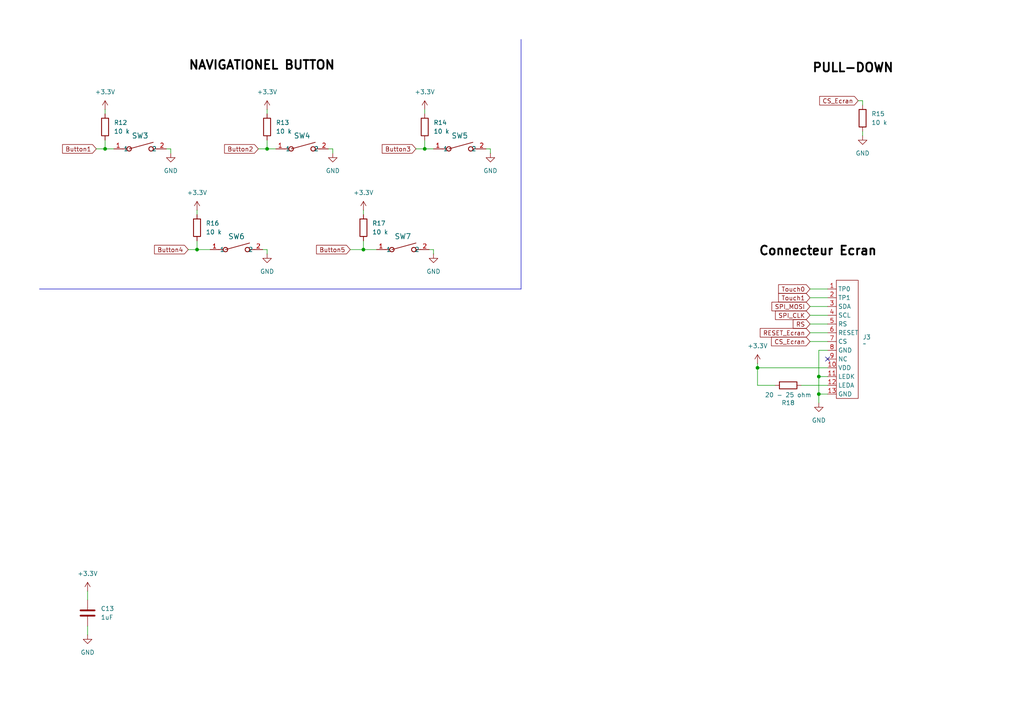
<source format=kicad_sch>
(kicad_sch
	(version 20231120)
	(generator "eeschema")
	(generator_version "8.0")
	(uuid "26e97b60-b0d8-4135-ac9c-4c2ea2ad86b9")
	(paper "A4")
	(lib_symbols
		(symbol "CS1213AGF260:CS1213AGF260"
			(pin_names
				(offset 0.254)
			)
			(exclude_from_sim no)
			(in_bom yes)
			(on_board yes)
			(property "Reference" "SW"
				(at 7.62 3.81 0)
				(effects
					(font
						(size 1.524 1.524)
					)
				)
			)
			(property "Value" "CS1213AGF260"
				(at 0 0 0)
				(effects
					(font
						(size 1.524 1.524)
					)
				)
			)
			(property "Footprint" "CS1213AGF260:SW_CS1213AGF260_CRS"
				(at 0 0 0)
				(effects
					(font
						(size 1.27 1.27)
						(italic yes)
					)
					(hide yes)
				)
			)
			(property "Datasheet" "CS1213AGF260"
				(at 0 0 0)
				(effects
					(font
						(size 1.27 1.27)
						(italic yes)
					)
					(hide yes)
				)
			)
			(property "Description" ""
				(at 0 0 0)
				(effects
					(font
						(size 1.27 1.27)
					)
					(hide yes)
				)
			)
			(property "ki_keywords" "CS1213AGF260"
				(at 0 0 0)
				(effects
					(font
						(size 1.27 1.27)
					)
					(hide yes)
				)
			)
			(property "ki_fp_filters" "SW_CS1213AGF260_CRS SW_CS1213AGF260_CRS-M SW_CS1213AGF260_CRS-L"
				(at 0 0 0)
				(effects
					(font
						(size 1.27 1.27)
					)
					(hide yes)
				)
			)
			(symbol "CS1213AGF260_0_1"
				(polyline
					(pts
						(xy 2.54 0) (xy 3.81 0)
					)
					(stroke
						(width 0.2032)
						(type default)
					)
					(fill
						(type none)
					)
				)
				(polyline
					(pts
						(xy 4.445 0) (xy 11.43 1.905)
					)
					(stroke
						(width 0.2032)
						(type default)
					)
					(fill
						(type none)
					)
				)
				(polyline
					(pts
						(xy 12.7 0) (xy 11.43 0)
					)
					(stroke
						(width 0.2032)
						(type default)
					)
					(fill
						(type none)
					)
				)
				(circle
					(center 4.445 0)
					(radius 0.635)
					(stroke
						(width 0.254)
						(type default)
					)
					(fill
						(type none)
					)
				)
				(circle
					(center 10.795 0)
					(radius 0.635)
					(stroke
						(width 0.254)
						(type default)
					)
					(fill
						(type none)
					)
				)
				(pin unspecified line
					(at 0 0 0)
					(length 2.54)
					(name "1"
						(effects
							(font
								(size 1.27 1.27)
							)
						)
					)
					(number "1"
						(effects
							(font
								(size 1.27 1.27)
							)
						)
					)
				)
				(pin unspecified line
					(at 15.24 0 180)
					(length 2.54)
					(name "2"
						(effects
							(font
								(size 1.27 1.27)
							)
						)
					)
					(number "2"
						(effects
							(font
								(size 1.27 1.27)
							)
						)
					)
				)
			)
		)
		(symbol "ConnectorScreen:Header1x13"
			(exclude_from_sim no)
			(in_bom yes)
			(on_board yes)
			(property "Reference" "J"
				(at 2.794 -0.254 0)
				(effects
					(font
						(size 1.27 1.27)
					)
				)
			)
			(property "Value" ""
				(at 0 0 0)
				(effects
					(font
						(size 1.27 1.27)
					)
				)
			)
			(property "Footprint" "Connector_FFC-FPC:Hirose_FH12-13S-0.5SH_1x13-1MP_P0.50mm_Horizontal"
				(at 0 0 0)
				(effects
					(font
						(size 1.27 1.27)
					)
					(hide yes)
				)
			)
			(property "Datasheet" ""
				(at 0 0 0)
				(effects
					(font
						(size 1.27 1.27)
					)
					(hide yes)
				)
			)
			(property "Description" ""
				(at 0 0 0)
				(effects
					(font
						(size 1.27 1.27)
					)
					(hide yes)
				)
			)
			(symbol "Header1x13_0_1"
				(rectangle
					(start 0 -2.54)
					(end 6.35 -36.83)
					(stroke
						(width 0)
						(type default)
					)
					(fill
						(type none)
					)
				)
			)
			(symbol "Header1x13_1_1"
				(pin passive line
					(at -2.54 -5.08 0)
					(length 2.54)
					(name "TP0"
						(effects
							(font
								(size 1.27 1.27)
							)
						)
					)
					(number "1"
						(effects
							(font
								(size 1.27 1.27)
							)
						)
					)
				)
				(pin passive line
					(at -2.54 -27.94 0)
					(length 2.54)
					(name "VDD"
						(effects
							(font
								(size 1.27 1.27)
							)
						)
					)
					(number "10"
						(effects
							(font
								(size 1.27 1.27)
							)
						)
					)
				)
				(pin passive line
					(at -2.54 -30.48 0)
					(length 2.54)
					(name "LEDK"
						(effects
							(font
								(size 1.27 1.27)
							)
						)
					)
					(number "11"
						(effects
							(font
								(size 1.27 1.27)
							)
						)
					)
				)
				(pin passive line
					(at -2.54 -33.02 0)
					(length 2.54)
					(name "LEDA"
						(effects
							(font
								(size 1.27 1.27)
							)
						)
					)
					(number "12"
						(effects
							(font
								(size 1.27 1.27)
							)
						)
					)
				)
				(pin passive line
					(at -2.54 -35.56 0)
					(length 2.54)
					(name "GND"
						(effects
							(font
								(size 1.27 1.27)
							)
						)
					)
					(number "13"
						(effects
							(font
								(size 1.27 1.27)
							)
						)
					)
				)
				(pin passive line
					(at -2.54 -7.62 0)
					(length 2.54)
					(name "TP1"
						(effects
							(font
								(size 1.27 1.27)
							)
						)
					)
					(number "2"
						(effects
							(font
								(size 1.27 1.27)
							)
						)
					)
				)
				(pin passive line
					(at -2.54 -10.16 0)
					(length 2.54)
					(name "SDA"
						(effects
							(font
								(size 1.27 1.27)
							)
						)
					)
					(number "3"
						(effects
							(font
								(size 1.27 1.27)
							)
						)
					)
				)
				(pin passive line
					(at -2.54 -12.7 0)
					(length 2.54)
					(name "SCL"
						(effects
							(font
								(size 1.27 1.27)
							)
						)
					)
					(number "4"
						(effects
							(font
								(size 1.27 1.27)
							)
						)
					)
				)
				(pin passive line
					(at -2.54 -15.24 0)
					(length 2.54)
					(name "RS"
						(effects
							(font
								(size 1.27 1.27)
							)
						)
					)
					(number "5"
						(effects
							(font
								(size 1.27 1.27)
							)
						)
					)
				)
				(pin passive line
					(at -2.54 -17.78 0)
					(length 2.54)
					(name "RESET"
						(effects
							(font
								(size 1.27 1.27)
							)
						)
					)
					(number "6"
						(effects
							(font
								(size 1.27 1.27)
							)
						)
					)
				)
				(pin passive line
					(at -2.54 -20.32 0)
					(length 2.54)
					(name "CS"
						(effects
							(font
								(size 1.27 1.27)
							)
						)
					)
					(number "7"
						(effects
							(font
								(size 1.27 1.27)
							)
						)
					)
				)
				(pin passive line
					(at -2.54 -22.86 0)
					(length 2.54)
					(name "GND"
						(effects
							(font
								(size 1.27 1.27)
							)
						)
					)
					(number "8"
						(effects
							(font
								(size 1.27 1.27)
							)
						)
					)
				)
				(pin passive line
					(at -2.54 -25.4 0)
					(length 2.54)
					(name "NC"
						(effects
							(font
								(size 1.27 1.27)
							)
						)
					)
					(number "9"
						(effects
							(font
								(size 1.27 1.27)
							)
						)
					)
				)
			)
		)
		(symbol "Device:C"
			(pin_numbers hide)
			(pin_names
				(offset 0.254)
			)
			(exclude_from_sim no)
			(in_bom yes)
			(on_board yes)
			(property "Reference" "C"
				(at 0.635 2.54 0)
				(effects
					(font
						(size 1.27 1.27)
					)
					(justify left)
				)
			)
			(property "Value" "C"
				(at 0.635 -2.54 0)
				(effects
					(font
						(size 1.27 1.27)
					)
					(justify left)
				)
			)
			(property "Footprint" ""
				(at 0.9652 -3.81 0)
				(effects
					(font
						(size 1.27 1.27)
					)
					(hide yes)
				)
			)
			(property "Datasheet" "~"
				(at 0 0 0)
				(effects
					(font
						(size 1.27 1.27)
					)
					(hide yes)
				)
			)
			(property "Description" "Unpolarized capacitor"
				(at 0 0 0)
				(effects
					(font
						(size 1.27 1.27)
					)
					(hide yes)
				)
			)
			(property "ki_keywords" "cap capacitor"
				(at 0 0 0)
				(effects
					(font
						(size 1.27 1.27)
					)
					(hide yes)
				)
			)
			(property "ki_fp_filters" "C_*"
				(at 0 0 0)
				(effects
					(font
						(size 1.27 1.27)
					)
					(hide yes)
				)
			)
			(symbol "C_0_1"
				(polyline
					(pts
						(xy -2.032 -0.762) (xy 2.032 -0.762)
					)
					(stroke
						(width 0.508)
						(type default)
					)
					(fill
						(type none)
					)
				)
				(polyline
					(pts
						(xy -2.032 0.762) (xy 2.032 0.762)
					)
					(stroke
						(width 0.508)
						(type default)
					)
					(fill
						(type none)
					)
				)
			)
			(symbol "C_1_1"
				(pin passive line
					(at 0 3.81 270)
					(length 2.794)
					(name "~"
						(effects
							(font
								(size 1.27 1.27)
							)
						)
					)
					(number "1"
						(effects
							(font
								(size 1.27 1.27)
							)
						)
					)
				)
				(pin passive line
					(at 0 -3.81 90)
					(length 2.794)
					(name "~"
						(effects
							(font
								(size 1.27 1.27)
							)
						)
					)
					(number "2"
						(effects
							(font
								(size 1.27 1.27)
							)
						)
					)
				)
			)
		)
		(symbol "Device:R"
			(pin_numbers hide)
			(pin_names
				(offset 0)
			)
			(exclude_from_sim no)
			(in_bom yes)
			(on_board yes)
			(property "Reference" "R"
				(at 2.032 0 90)
				(effects
					(font
						(size 1.27 1.27)
					)
				)
			)
			(property "Value" "R"
				(at 0 0 90)
				(effects
					(font
						(size 1.27 1.27)
					)
				)
			)
			(property "Footprint" ""
				(at -1.778 0 90)
				(effects
					(font
						(size 1.27 1.27)
					)
					(hide yes)
				)
			)
			(property "Datasheet" "~"
				(at 0 0 0)
				(effects
					(font
						(size 1.27 1.27)
					)
					(hide yes)
				)
			)
			(property "Description" "Resistor"
				(at 0 0 0)
				(effects
					(font
						(size 1.27 1.27)
					)
					(hide yes)
				)
			)
			(property "ki_keywords" "R res resistor"
				(at 0 0 0)
				(effects
					(font
						(size 1.27 1.27)
					)
					(hide yes)
				)
			)
			(property "ki_fp_filters" "R_*"
				(at 0 0 0)
				(effects
					(font
						(size 1.27 1.27)
					)
					(hide yes)
				)
			)
			(symbol "R_0_1"
				(rectangle
					(start -1.016 -2.54)
					(end 1.016 2.54)
					(stroke
						(width 0.254)
						(type default)
					)
					(fill
						(type none)
					)
				)
			)
			(symbol "R_1_1"
				(pin passive line
					(at 0 3.81 270)
					(length 1.27)
					(name "~"
						(effects
							(font
								(size 1.27 1.27)
							)
						)
					)
					(number "1"
						(effects
							(font
								(size 1.27 1.27)
							)
						)
					)
				)
				(pin passive line
					(at 0 -3.81 90)
					(length 1.27)
					(name "~"
						(effects
							(font
								(size 1.27 1.27)
							)
						)
					)
					(number "2"
						(effects
							(font
								(size 1.27 1.27)
							)
						)
					)
				)
			)
		)
		(symbol "power:+3.3V"
			(power)
			(pin_numbers hide)
			(pin_names
				(offset 0) hide)
			(exclude_from_sim no)
			(in_bom yes)
			(on_board yes)
			(property "Reference" "#PWR"
				(at 0 -3.81 0)
				(effects
					(font
						(size 1.27 1.27)
					)
					(hide yes)
				)
			)
			(property "Value" "+3.3V"
				(at 0 3.556 0)
				(effects
					(font
						(size 1.27 1.27)
					)
				)
			)
			(property "Footprint" ""
				(at 0 0 0)
				(effects
					(font
						(size 1.27 1.27)
					)
					(hide yes)
				)
			)
			(property "Datasheet" ""
				(at 0 0 0)
				(effects
					(font
						(size 1.27 1.27)
					)
					(hide yes)
				)
			)
			(property "Description" "Power symbol creates a global label with name \"+3.3V\""
				(at 0 0 0)
				(effects
					(font
						(size 1.27 1.27)
					)
					(hide yes)
				)
			)
			(property "ki_keywords" "global power"
				(at 0 0 0)
				(effects
					(font
						(size 1.27 1.27)
					)
					(hide yes)
				)
			)
			(symbol "+3.3V_0_1"
				(polyline
					(pts
						(xy -0.762 1.27) (xy 0 2.54)
					)
					(stroke
						(width 0)
						(type default)
					)
					(fill
						(type none)
					)
				)
				(polyline
					(pts
						(xy 0 0) (xy 0 2.54)
					)
					(stroke
						(width 0)
						(type default)
					)
					(fill
						(type none)
					)
				)
				(polyline
					(pts
						(xy 0 2.54) (xy 0.762 1.27)
					)
					(stroke
						(width 0)
						(type default)
					)
					(fill
						(type none)
					)
				)
			)
			(symbol "+3.3V_1_1"
				(pin power_in line
					(at 0 0 90)
					(length 0)
					(name "~"
						(effects
							(font
								(size 1.27 1.27)
							)
						)
					)
					(number "1"
						(effects
							(font
								(size 1.27 1.27)
							)
						)
					)
				)
			)
		)
		(symbol "power:GND"
			(power)
			(pin_numbers hide)
			(pin_names
				(offset 0) hide)
			(exclude_from_sim no)
			(in_bom yes)
			(on_board yes)
			(property "Reference" "#PWR"
				(at 0 -6.35 0)
				(effects
					(font
						(size 1.27 1.27)
					)
					(hide yes)
				)
			)
			(property "Value" "GND"
				(at 0 -3.81 0)
				(effects
					(font
						(size 1.27 1.27)
					)
				)
			)
			(property "Footprint" ""
				(at 0 0 0)
				(effects
					(font
						(size 1.27 1.27)
					)
					(hide yes)
				)
			)
			(property "Datasheet" ""
				(at 0 0 0)
				(effects
					(font
						(size 1.27 1.27)
					)
					(hide yes)
				)
			)
			(property "Description" "Power symbol creates a global label with name \"GND\" , ground"
				(at 0 0 0)
				(effects
					(font
						(size 1.27 1.27)
					)
					(hide yes)
				)
			)
			(property "ki_keywords" "global power"
				(at 0 0 0)
				(effects
					(font
						(size 1.27 1.27)
					)
					(hide yes)
				)
			)
			(symbol "GND_0_1"
				(polyline
					(pts
						(xy 0 0) (xy 0 -1.27) (xy 1.27 -1.27) (xy 0 -2.54) (xy -1.27 -1.27) (xy 0 -1.27)
					)
					(stroke
						(width 0)
						(type default)
					)
					(fill
						(type none)
					)
				)
			)
			(symbol "GND_1_1"
				(pin power_in line
					(at 0 0 270)
					(length 0)
					(name "~"
						(effects
							(font
								(size 1.27 1.27)
							)
						)
					)
					(number "1"
						(effects
							(font
								(size 1.27 1.27)
							)
						)
					)
				)
			)
		)
	)
	(junction
		(at 123.19 43.18)
		(diameter 0)
		(color 0 0 0 0)
		(uuid "4b4e2459-30f3-44a6-8eea-faf393bc339b")
	)
	(junction
		(at 237.49 114.3)
		(diameter 0)
		(color 0 0 0 0)
		(uuid "4cd6509f-1e83-4cce-87a9-f526953cc640")
	)
	(junction
		(at 77.47 43.18)
		(diameter 0)
		(color 0 0 0 0)
		(uuid "5e6bd868-4ad9-4680-a749-2f272de86e4d")
	)
	(junction
		(at 219.71 106.68)
		(diameter 0)
		(color 0 0 0 0)
		(uuid "7e9a8494-ae33-4945-9c3c-ab1ea72b8d36")
	)
	(junction
		(at 237.49 109.22)
		(diameter 0)
		(color 0 0 0 0)
		(uuid "88c29f92-94ae-41e1-a855-d2fd64b2ef4b")
	)
	(junction
		(at 57.15 72.39)
		(diameter 0)
		(color 0 0 0 0)
		(uuid "95322a1c-9384-42fa-9882-a74a9814de48")
	)
	(junction
		(at 30.48 43.18)
		(diameter 0)
		(color 0 0 0 0)
		(uuid "963dbb2b-42ec-49eb-9ed2-dd29fa58a045")
	)
	(junction
		(at 105.41 72.39)
		(diameter 0)
		(color 0 0 0 0)
		(uuid "badf2850-9b8f-4aed-a486-f3dee1bd4d31")
	)
	(no_connect
		(at 240.03 104.14)
		(uuid "b8395547-2482-4d00-a5d9-8ab28b1ee78a")
	)
	(wire
		(pts
			(xy 57.15 60.96) (xy 57.15 62.23)
		)
		(stroke
			(width 0)
			(type default)
		)
		(uuid "0d15251c-2187-415a-bc85-29a30c9e31f4")
	)
	(wire
		(pts
			(xy 123.19 43.18) (xy 125.73 43.18)
		)
		(stroke
			(width 0)
			(type default)
		)
		(uuid "0dc07d18-1ad2-417c-bd2b-1ac1ea4e344f")
	)
	(wire
		(pts
			(xy 74.93 43.18) (xy 77.47 43.18)
		)
		(stroke
			(width 0)
			(type default)
		)
		(uuid "0f1733cb-9214-46aa-b128-3ffb1d1648e9")
	)
	(wire
		(pts
			(xy 57.15 69.85) (xy 57.15 72.39)
		)
		(stroke
			(width 0)
			(type default)
		)
		(uuid "10770fc0-cee9-45bd-8aa8-e61f2b1001c0")
	)
	(wire
		(pts
			(xy 30.48 40.64) (xy 30.48 43.18)
		)
		(stroke
			(width 0)
			(type default)
		)
		(uuid "12832798-c628-4ad2-a256-a00d2d1a9cae")
	)
	(wire
		(pts
			(xy 219.71 105.41) (xy 219.71 106.68)
		)
		(stroke
			(width 0)
			(type default)
		)
		(uuid "135d24bc-86e6-4cb3-a8b7-98daf51003d5")
	)
	(wire
		(pts
			(xy 95.25 43.18) (xy 96.52 43.18)
		)
		(stroke
			(width 0)
			(type default)
		)
		(uuid "16eb2f03-ad59-483a-bcd4-0d7ae33586fe")
	)
	(wire
		(pts
			(xy 96.52 43.18) (xy 96.52 44.45)
		)
		(stroke
			(width 0)
			(type default)
		)
		(uuid "1701de65-35be-4087-966b-87b18b671379")
	)
	(wire
		(pts
			(xy 234.95 96.52) (xy 240.03 96.52)
		)
		(stroke
			(width 0)
			(type default)
		)
		(uuid "18320c3c-367d-4b7f-acbb-933f7aa75113")
	)
	(wire
		(pts
			(xy 237.49 109.22) (xy 237.49 114.3)
		)
		(stroke
			(width 0)
			(type default)
		)
		(uuid "294dcde9-b68d-4dd7-a8af-3bc57506db2a")
	)
	(wire
		(pts
			(xy 234.95 88.9) (xy 240.03 88.9)
		)
		(stroke
			(width 0)
			(type default)
		)
		(uuid "2b639d79-a7fa-4f43-8350-34335be10a02")
	)
	(wire
		(pts
			(xy 57.15 72.39) (xy 60.96 72.39)
		)
		(stroke
			(width 0)
			(type default)
		)
		(uuid "2fdd16c4-07ca-4761-9351-048d1b7191ac")
	)
	(wire
		(pts
			(xy 234.95 99.06) (xy 240.03 99.06)
		)
		(stroke
			(width 0)
			(type default)
		)
		(uuid "3b32808f-be5c-41c6-ac4a-2f1aaaa82194")
	)
	(wire
		(pts
			(xy 240.03 106.68) (xy 219.71 106.68)
		)
		(stroke
			(width 0)
			(type default)
		)
		(uuid "418adcdc-eb64-4c5d-a15a-3264d8748dc2")
	)
	(wire
		(pts
			(xy 54.61 72.39) (xy 57.15 72.39)
		)
		(stroke
			(width 0)
			(type default)
		)
		(uuid "43a755ac-efbc-42cb-a293-6899ea0811f5")
	)
	(wire
		(pts
			(xy 105.41 69.85) (xy 105.41 72.39)
		)
		(stroke
			(width 0)
			(type default)
		)
		(uuid "4b060429-e78a-46c3-94b8-be69c132bacd")
	)
	(wire
		(pts
			(xy 140.97 43.18) (xy 142.24 43.18)
		)
		(stroke
			(width 0)
			(type default)
		)
		(uuid "4b823698-4df0-4ea2-aa0f-726ca4710358")
	)
	(polyline
		(pts
			(xy 11.43 83.82) (xy 151.13 83.82)
		)
		(stroke
			(width 0)
			(type default)
		)
		(uuid "4bdf53a1-4170-453a-8037-98e8032289f4")
	)
	(wire
		(pts
			(xy 234.95 93.98) (xy 240.03 93.98)
		)
		(stroke
			(width 0)
			(type default)
		)
		(uuid "4be8c195-cba7-42a6-840f-ef122787d2d5")
	)
	(wire
		(pts
			(xy 101.6 72.39) (xy 105.41 72.39)
		)
		(stroke
			(width 0)
			(type default)
		)
		(uuid "4e0b0d63-1bde-496e-8eef-d91aead23487")
	)
	(wire
		(pts
			(xy 237.49 109.22) (xy 240.03 109.22)
		)
		(stroke
			(width 0)
			(type default)
		)
		(uuid "584b6776-997d-4a15-a20f-c52359ac526c")
	)
	(wire
		(pts
			(xy 237.49 114.3) (xy 240.03 114.3)
		)
		(stroke
			(width 0)
			(type default)
		)
		(uuid "5b70080c-23b0-437f-948b-fe1cdba7616a")
	)
	(wire
		(pts
			(xy 142.24 43.18) (xy 142.24 44.45)
		)
		(stroke
			(width 0)
			(type default)
		)
		(uuid "77eab3ef-e698-4fb9-bb4b-bfaacc00669d")
	)
	(wire
		(pts
			(xy 30.48 43.18) (xy 33.02 43.18)
		)
		(stroke
			(width 0)
			(type default)
		)
		(uuid "7d7e9430-a590-455c-b988-aa4e13d86027")
	)
	(wire
		(pts
			(xy 76.2 72.39) (xy 77.47 72.39)
		)
		(stroke
			(width 0)
			(type default)
		)
		(uuid "8155d020-25de-4a5b-ac4c-4fb37f932af9")
	)
	(wire
		(pts
			(xy 27.94 43.18) (xy 30.48 43.18)
		)
		(stroke
			(width 0)
			(type default)
		)
		(uuid "8b1b30c4-9640-4a46-a069-aceddfa00210")
	)
	(wire
		(pts
			(xy 237.49 114.3) (xy 237.49 116.84)
		)
		(stroke
			(width 0)
			(type default)
		)
		(uuid "8bc0efc0-ef2d-4d09-95f2-53d302a5f611")
	)
	(wire
		(pts
			(xy 105.41 72.39) (xy 109.22 72.39)
		)
		(stroke
			(width 0)
			(type default)
		)
		(uuid "8ddf0f77-b3d3-479a-b1ee-54cc73b7fee1")
	)
	(wire
		(pts
			(xy 120.65 43.18) (xy 123.19 43.18)
		)
		(stroke
			(width 0)
			(type default)
		)
		(uuid "941de878-3305-412e-b042-a115e98404e5")
	)
	(wire
		(pts
			(xy 237.49 101.6) (xy 237.49 109.22)
		)
		(stroke
			(width 0)
			(type default)
		)
		(uuid "9867ec39-deb1-4c1f-b22e-8c2e5a4ca986")
	)
	(wire
		(pts
			(xy 49.53 43.18) (xy 49.53 44.45)
		)
		(stroke
			(width 0)
			(type default)
		)
		(uuid "9911edc1-7276-4faa-b80d-2d14ef1c790c")
	)
	(wire
		(pts
			(xy 105.41 60.96) (xy 105.41 62.23)
		)
		(stroke
			(width 0)
			(type default)
		)
		(uuid "9c69069a-742b-4421-bafc-d45247c78787")
	)
	(wire
		(pts
			(xy 219.71 111.76) (xy 219.71 106.68)
		)
		(stroke
			(width 0)
			(type default)
		)
		(uuid "a452ff06-3e5f-4571-b918-50ada24db83f")
	)
	(wire
		(pts
			(xy 234.95 83.82) (xy 240.03 83.82)
		)
		(stroke
			(width 0)
			(type default)
		)
		(uuid "ad18bc86-277a-4589-85e0-0fcb3376686c")
	)
	(wire
		(pts
			(xy 77.47 43.18) (xy 80.01 43.18)
		)
		(stroke
			(width 0)
			(type default)
		)
		(uuid "b0c4d20b-9b6e-43f5-9015-755f1c0e44f0")
	)
	(wire
		(pts
			(xy 224.79 111.76) (xy 219.71 111.76)
		)
		(stroke
			(width 0)
			(type default)
		)
		(uuid "b99d47b9-16bd-4f82-836e-fc97ac846f50")
	)
	(wire
		(pts
			(xy 250.19 29.21) (xy 250.19 30.48)
		)
		(stroke
			(width 0)
			(type default)
		)
		(uuid "c4c565c6-e156-4df2-9340-679b2fb26a67")
	)
	(wire
		(pts
			(xy 123.19 40.64) (xy 123.19 43.18)
		)
		(stroke
			(width 0)
			(type default)
		)
		(uuid "c68f76e8-67aa-4429-8b54-f1c9f3ba1c1e")
	)
	(wire
		(pts
			(xy 240.03 101.6) (xy 237.49 101.6)
		)
		(stroke
			(width 0)
			(type default)
		)
		(uuid "c951289d-bd94-4422-aa2d-ffb267e4d452")
	)
	(wire
		(pts
			(xy 234.95 86.36) (xy 240.03 86.36)
		)
		(stroke
			(width 0)
			(type default)
		)
		(uuid "c9c08670-3435-481a-a835-3b3b0da1aa9b")
	)
	(wire
		(pts
			(xy 234.95 91.44) (xy 240.03 91.44)
		)
		(stroke
			(width 0)
			(type default)
		)
		(uuid "cb9907fe-f062-499b-ad99-44e254976802")
	)
	(wire
		(pts
			(xy 125.73 72.39) (xy 125.73 73.66)
		)
		(stroke
			(width 0)
			(type default)
		)
		(uuid "cc583cc5-2191-4281-b3f2-b30246aea2b0")
	)
	(wire
		(pts
			(xy 124.46 72.39) (xy 125.73 72.39)
		)
		(stroke
			(width 0)
			(type default)
		)
		(uuid "cd732edf-8271-4d09-852c-6a0228c59c62")
	)
	(wire
		(pts
			(xy 123.19 31.75) (xy 123.19 33.02)
		)
		(stroke
			(width 0)
			(type default)
		)
		(uuid "d666f26f-ea86-42b0-9273-585cbaf71616")
	)
	(wire
		(pts
			(xy 25.4 181.61) (xy 25.4 184.15)
		)
		(stroke
			(width 0)
			(type default)
		)
		(uuid "d834662e-5889-4d22-b713-17748581348e")
	)
	(wire
		(pts
			(xy 48.26 43.18) (xy 49.53 43.18)
		)
		(stroke
			(width 0)
			(type default)
		)
		(uuid "d995b727-96a7-48f4-ba94-879f2207c624")
	)
	(wire
		(pts
			(xy 77.47 31.75) (xy 77.47 33.02)
		)
		(stroke
			(width 0)
			(type default)
		)
		(uuid "db0e91b9-b2bd-4d4e-aaf2-972b630a33ab")
	)
	(wire
		(pts
			(xy 248.92 29.21) (xy 250.19 29.21)
		)
		(stroke
			(width 0)
			(type default)
		)
		(uuid "dc865000-3f45-4384-a749-6ec6d6cbf3d4")
	)
	(wire
		(pts
			(xy 77.47 40.64) (xy 77.47 43.18)
		)
		(stroke
			(width 0)
			(type default)
		)
		(uuid "e8c08ad5-9e30-4e46-8bb4-b8e4827ebd5b")
	)
	(wire
		(pts
			(xy 25.4 171.45) (xy 25.4 173.99)
		)
		(stroke
			(width 0)
			(type default)
		)
		(uuid "ec384f7b-baa9-4676-b2f9-424c84309b76")
	)
	(wire
		(pts
			(xy 77.47 72.39) (xy 77.47 73.66)
		)
		(stroke
			(width 0)
			(type default)
		)
		(uuid "f13fa307-f8e7-4022-a43b-1262a74346fa")
	)
	(polyline
		(pts
			(xy 151.13 11.43) (xy 151.13 83.82)
		)
		(stroke
			(width 0)
			(type default)
		)
		(uuid "f172fdfe-9bdd-4b63-9142-e702d23b6417")
	)
	(wire
		(pts
			(xy 232.41 111.76) (xy 240.03 111.76)
		)
		(stroke
			(width 0)
			(type default)
		)
		(uuid "f52cc328-e32b-4d8b-83f7-eed5c5f9a6f9")
	)
	(wire
		(pts
			(xy 250.19 38.1) (xy 250.19 39.37)
		)
		(stroke
			(width 0)
			(type default)
		)
		(uuid "f89653f4-d581-4077-8a8a-228d3f97006f")
	)
	(wire
		(pts
			(xy 30.48 31.75) (xy 30.48 33.02)
		)
		(stroke
			(width 0)
			(type default)
		)
		(uuid "ff17891d-1fa0-4312-bc0d-12b8fbcfcbe4")
	)
	(text "NAVIGATIONEL BUTTON"
		(exclude_from_sim no)
		(at 75.946 19.05 0)
		(effects
			(font
				(size 2.54 2.54)
				(thickness 0.508)
				(bold yes)
				(color 0 0 0 1)
			)
		)
		(uuid "05b88550-72e9-413f-9788-499f6890d5ec")
	)
	(text "PULL-DOWN"
		(exclude_from_sim no)
		(at 247.396 19.812 0)
		(effects
			(font
				(size 2.54 2.54)
				(thickness 0.508)
				(bold yes)
				(color 0 0 0 1)
			)
		)
		(uuid "9c4e14eb-4cab-4823-a4e7-6a1b67428fc7")
	)
	(text "Connecteur Ecran"
		(exclude_from_sim no)
		(at 237.236 72.898 0)
		(effects
			(font
				(size 2.54 2.54)
				(thickness 0.508)
				(bold yes)
				(color 0 0 0 1)
			)
		)
		(uuid "b7df0c26-1f61-4664-bd71-7a6c37099226")
	)
	(global_label "SPI_MOSI"
		(shape input)
		(at 234.95 88.9 180)
		(fields_autoplaced yes)
		(effects
			(font
				(size 1.27 1.27)
			)
			(justify right)
		)
		(uuid "08163d07-2316-4e60-9f5a-987a5fa3c6b7")
		(property "Intersheetrefs" "${INTERSHEET_REFS}"
			(at 223.3167 88.9 0)
			(effects
				(font
					(size 1.27 1.27)
				)
				(justify right)
				(hide yes)
			)
		)
	)
	(global_label "Button1"
		(shape input)
		(at 27.94 43.18 180)
		(fields_autoplaced yes)
		(effects
			(font
				(size 1.27 1.27)
			)
			(justify right)
		)
		(uuid "2438e3c3-b841-4279-adb8-32dcabb8c1c4")
		(property "Intersheetrefs" "${INTERSHEET_REFS}"
			(at 17.5769 43.18 0)
			(effects
				(font
					(size 1.27 1.27)
				)
				(justify right)
				(hide yes)
			)
		)
	)
	(global_label "Button5"
		(shape input)
		(at 101.6 72.39 180)
		(fields_autoplaced yes)
		(effects
			(font
				(size 1.27 1.27)
			)
			(justify right)
		)
		(uuid "427710f6-4f39-4496-a435-7081196e6891")
		(property "Intersheetrefs" "${INTERSHEET_REFS}"
			(at 91.2369 72.39 0)
			(effects
				(font
					(size 1.27 1.27)
				)
				(justify right)
				(hide yes)
			)
		)
	)
	(global_label "Button3"
		(shape input)
		(at 120.65 43.18 180)
		(fields_autoplaced yes)
		(effects
			(font
				(size 1.27 1.27)
			)
			(justify right)
		)
		(uuid "49c5f401-8e0a-438e-aa8d-4737b1c58715")
		(property "Intersheetrefs" "${INTERSHEET_REFS}"
			(at 110.2869 43.18 0)
			(effects
				(font
					(size 1.27 1.27)
				)
				(justify right)
				(hide yes)
			)
		)
	)
	(global_label "RESET_Ecran"
		(shape input)
		(at 234.95 96.52 180)
		(fields_autoplaced yes)
		(effects
			(font
				(size 1.27 1.27)
			)
			(justify right)
		)
		(uuid "515c8f1d-41f0-4925-8713-5947efa51e71")
		(property "Intersheetrefs" "${INTERSHEET_REFS}"
			(at 219.9303 96.52 0)
			(effects
				(font
					(size 1.27 1.27)
				)
				(justify right)
				(hide yes)
			)
		)
	)
	(global_label "Touch1"
		(shape input)
		(at 234.95 86.36 180)
		(fields_autoplaced yes)
		(effects
			(font
				(size 1.27 1.27)
			)
			(justify right)
		)
		(uuid "64d9190f-3a9f-46b3-886e-e1b6c14f067b")
		(property "Intersheetrefs" "${INTERSHEET_REFS}"
			(at 225.2521 86.36 0)
			(effects
				(font
					(size 1.27 1.27)
				)
				(justify right)
				(hide yes)
			)
		)
	)
	(global_label "CS_Ecran"
		(shape input)
		(at 234.95 99.06 180)
		(fields_autoplaced yes)
		(effects
			(font
				(size 1.27 1.27)
			)
			(justify right)
		)
		(uuid "681ab934-af01-4464-96fe-1fdd1f97851c")
		(property "Intersheetrefs" "${INTERSHEET_REFS}"
			(at 223.1959 99.06 0)
			(effects
				(font
					(size 1.27 1.27)
				)
				(justify right)
				(hide yes)
			)
		)
	)
	(global_label "CS_Ecran"
		(shape input)
		(at 248.92 29.21 180)
		(fields_autoplaced yes)
		(effects
			(font
				(size 1.27 1.27)
			)
			(justify right)
		)
		(uuid "8130ba85-c4c2-49db-a2f0-89df29da55ca")
		(property "Intersheetrefs" "${INTERSHEET_REFS}"
			(at 237.1659 29.21 0)
			(effects
				(font
					(size 1.27 1.27)
				)
				(justify right)
				(hide yes)
			)
		)
	)
	(global_label "Touch0"
		(shape input)
		(at 234.95 83.82 180)
		(fields_autoplaced yes)
		(effects
			(font
				(size 1.27 1.27)
			)
			(justify right)
		)
		(uuid "917b9b0a-6762-41b9-a2a9-239fe6af316a")
		(property "Intersheetrefs" "${INTERSHEET_REFS}"
			(at 225.2521 83.82 0)
			(effects
				(font
					(size 1.27 1.27)
				)
				(justify right)
				(hide yes)
			)
		)
	)
	(global_label "RS"
		(shape input)
		(at 234.95 93.98 180)
		(fields_autoplaced yes)
		(effects
			(font
				(size 1.27 1.27)
			)
			(justify right)
		)
		(uuid "9897b623-7c04-4ce6-82a0-20fe7cbf418f")
		(property "Intersheetrefs" "${INTERSHEET_REFS}"
			(at 229.4853 93.98 0)
			(effects
				(font
					(size 1.27 1.27)
				)
				(justify right)
				(hide yes)
			)
		)
	)
	(global_label "SPI_CLK"
		(shape input)
		(at 234.95 91.44 180)
		(fields_autoplaced yes)
		(effects
			(font
				(size 1.27 1.27)
			)
			(justify right)
		)
		(uuid "e02bdee9-7758-457a-afd8-11d16a3d5515")
		(property "Intersheetrefs" "${INTERSHEET_REFS}"
			(at 224.3448 91.44 0)
			(effects
				(font
					(size 1.27 1.27)
				)
				(justify right)
				(hide yes)
			)
		)
	)
	(global_label "Button4"
		(shape input)
		(at 54.61 72.39 180)
		(fields_autoplaced yes)
		(effects
			(font
				(size 1.27 1.27)
			)
			(justify right)
		)
		(uuid "ed876600-dc4e-42ae-ba73-2a1369a9bf71")
		(property "Intersheetrefs" "${INTERSHEET_REFS}"
			(at 44.2469 72.39 0)
			(effects
				(font
					(size 1.27 1.27)
				)
				(justify right)
				(hide yes)
			)
		)
	)
	(global_label "Button2"
		(shape input)
		(at 74.93 43.18 180)
		(fields_autoplaced yes)
		(effects
			(font
				(size 1.27 1.27)
			)
			(justify right)
		)
		(uuid "fb9767b7-8cb6-4dc6-97cf-c85757469ab4")
		(property "Intersheetrefs" "${INTERSHEET_REFS}"
			(at 64.5669 43.18 0)
			(effects
				(font
					(size 1.27 1.27)
				)
				(justify right)
				(hide yes)
			)
		)
	)
	(symbol
		(lib_id "CS1213AGF260:CS1213AGF260")
		(at 125.73 43.18 0)
		(unit 1)
		(exclude_from_sim no)
		(in_bom yes)
		(on_board yes)
		(dnp no)
		(fields_autoplaced yes)
		(uuid "06092388-e92a-4877-9f6a-65ba08a4cb4a")
		(property "Reference" "SW5"
			(at 133.35 39.37 0)
			(effects
				(font
					(size 1.524 1.524)
				)
			)
		)
		(property "Value" "CS1213AGF260"
			(at 133.35 39.37 0)
			(effects
				(font
					(size 1.524 1.524)
				)
				(hide yes)
			)
		)
		(property "Footprint" "CS1213AGF260:SW_CS1213AGF260_CRS"
			(at 125.73 43.18 0)
			(effects
				(font
					(size 1.27 1.27)
					(italic yes)
				)
				(hide yes)
			)
		)
		(property "Datasheet" "CS1213AGF260"
			(at 125.73 43.18 0)
			(effects
				(font
					(size 1.27 1.27)
					(italic yes)
				)
				(hide yes)
			)
		)
		(property "Description" ""
			(at 125.73 43.18 0)
			(effects
				(font
					(size 1.27 1.27)
				)
				(hide yes)
			)
		)
		(pin "1"
			(uuid "4b58aeea-adc5-4bd0-9ec8-e04f0ddb9533")
		)
		(pin "2"
			(uuid "74536e39-3dab-41bf-91ad-999768e472b1")
		)
		(instances
			(project "PCB_Ruler_V1_2024"
				(path "/e39575e5-bba1-47dc-9ccf-32a84e6da237/aecab3f5-8510-42f3-bc78-9784f4de281a"
					(reference "SW5")
					(unit 1)
				)
			)
		)
	)
	(symbol
		(lib_id "power:GND")
		(at 77.47 73.66 0)
		(unit 1)
		(exclude_from_sim no)
		(in_bom yes)
		(on_board yes)
		(dnp no)
		(fields_autoplaced yes)
		(uuid "069e120c-b372-4320-8d8a-f2f714fb20c8")
		(property "Reference" "#PWR052"
			(at 77.47 80.01 0)
			(effects
				(font
					(size 1.27 1.27)
				)
				(hide yes)
			)
		)
		(property "Value" "GND"
			(at 77.47 78.74 0)
			(effects
				(font
					(size 1.27 1.27)
				)
			)
		)
		(property "Footprint" ""
			(at 77.47 73.66 0)
			(effects
				(font
					(size 1.27 1.27)
				)
				(hide yes)
			)
		)
		(property "Datasheet" ""
			(at 77.47 73.66 0)
			(effects
				(font
					(size 1.27 1.27)
				)
				(hide yes)
			)
		)
		(property "Description" "Power symbol creates a global label with name \"GND\" , ground"
			(at 77.47 73.66 0)
			(effects
				(font
					(size 1.27 1.27)
				)
				(hide yes)
			)
		)
		(pin "1"
			(uuid "67c1fc21-1ccc-47eb-85bc-64ecd2f96045")
		)
		(instances
			(project "PCB_Ruler_V1_2024"
				(path "/e39575e5-bba1-47dc-9ccf-32a84e6da237/aecab3f5-8510-42f3-bc78-9784f4de281a"
					(reference "#PWR052")
					(unit 1)
				)
			)
		)
	)
	(symbol
		(lib_id "power:+3.3V")
		(at 123.19 31.75 0)
		(unit 1)
		(exclude_from_sim no)
		(in_bom yes)
		(on_board yes)
		(dnp no)
		(fields_autoplaced yes)
		(uuid "06d7fd5d-8d25-42d0-b333-c62d0e55a8e6")
		(property "Reference" "#PWR045"
			(at 123.19 35.56 0)
			(effects
				(font
					(size 1.27 1.27)
				)
				(hide yes)
			)
		)
		(property "Value" "+3.3V"
			(at 123.19 26.67 0)
			(effects
				(font
					(size 1.27 1.27)
				)
			)
		)
		(property "Footprint" ""
			(at 123.19 31.75 0)
			(effects
				(font
					(size 1.27 1.27)
				)
				(hide yes)
			)
		)
		(property "Datasheet" ""
			(at 123.19 31.75 0)
			(effects
				(font
					(size 1.27 1.27)
				)
				(hide yes)
			)
		)
		(property "Description" "Power symbol creates a global label with name \"+3.3V\""
			(at 123.19 31.75 0)
			(effects
				(font
					(size 1.27 1.27)
				)
				(hide yes)
			)
		)
		(pin "1"
			(uuid "5c689be6-b076-48eb-9e3c-f5cab8585b60")
		)
		(instances
			(project "PCB_Ruler_V1_2024"
				(path "/e39575e5-bba1-47dc-9ccf-32a84e6da237/aecab3f5-8510-42f3-bc78-9784f4de281a"
					(reference "#PWR045")
					(unit 1)
				)
			)
		)
	)
	(symbol
		(lib_id "CS1213AGF260:CS1213AGF260")
		(at 80.01 43.18 0)
		(unit 1)
		(exclude_from_sim no)
		(in_bom yes)
		(on_board yes)
		(dnp no)
		(fields_autoplaced yes)
		(uuid "11ee5d52-baa7-44f6-ba29-38d9d64d387e")
		(property "Reference" "SW4"
			(at 87.63 39.37 0)
			(effects
				(font
					(size 1.524 1.524)
				)
			)
		)
		(property "Value" "CS1213AGF260"
			(at 87.63 39.37 0)
			(effects
				(font
					(size 1.524 1.524)
				)
				(hide yes)
			)
		)
		(property "Footprint" "CS1213AGF260:SW_CS1213AGF260_CRS"
			(at 80.01 43.18 0)
			(effects
				(font
					(size 1.27 1.27)
					(italic yes)
				)
				(hide yes)
			)
		)
		(property "Datasheet" "CS1213AGF260"
			(at 80.01 43.18 0)
			(effects
				(font
					(size 1.27 1.27)
					(italic yes)
				)
				(hide yes)
			)
		)
		(property "Description" ""
			(at 80.01 43.18 0)
			(effects
				(font
					(size 1.27 1.27)
				)
				(hide yes)
			)
		)
		(pin "1"
			(uuid "07c1a90c-6815-4b2a-9ece-1fc89c5dbe8f")
		)
		(pin "2"
			(uuid "c9cd7d14-34e9-4a9d-baa9-ab95ad38dfcc")
		)
		(instances
			(project "PCB_Ruler_V1_2024"
				(path "/e39575e5-bba1-47dc-9ccf-32a84e6da237/aecab3f5-8510-42f3-bc78-9784f4de281a"
					(reference "SW4")
					(unit 1)
				)
			)
		)
	)
	(symbol
		(lib_id "power:GND")
		(at 250.19 39.37 0)
		(unit 1)
		(exclude_from_sim no)
		(in_bom yes)
		(on_board yes)
		(dnp no)
		(fields_autoplaced yes)
		(uuid "1767d8ee-36e7-4bb3-8330-13aa124ec8db")
		(property "Reference" "#PWR046"
			(at 250.19 45.72 0)
			(effects
				(font
					(size 1.27 1.27)
				)
				(hide yes)
			)
		)
		(property "Value" "GND"
			(at 250.19 44.45 0)
			(effects
				(font
					(size 1.27 1.27)
				)
			)
		)
		(property "Footprint" ""
			(at 250.19 39.37 0)
			(effects
				(font
					(size 1.27 1.27)
				)
				(hide yes)
			)
		)
		(property "Datasheet" ""
			(at 250.19 39.37 0)
			(effects
				(font
					(size 1.27 1.27)
				)
				(hide yes)
			)
		)
		(property "Description" "Power symbol creates a global label with name \"GND\" , ground"
			(at 250.19 39.37 0)
			(effects
				(font
					(size 1.27 1.27)
				)
				(hide yes)
			)
		)
		(pin "1"
			(uuid "6c051b9c-afba-4f50-ba5b-49976dd97fca")
		)
		(instances
			(project "PCB_Ruler_V1_2024"
				(path "/e39575e5-bba1-47dc-9ccf-32a84e6da237/aecab3f5-8510-42f3-bc78-9784f4de281a"
					(reference "#PWR046")
					(unit 1)
				)
			)
		)
	)
	(symbol
		(lib_id "ConnectorScreen:Header1x13")
		(at 242.57 78.74 0)
		(unit 1)
		(exclude_from_sim no)
		(in_bom yes)
		(on_board yes)
		(dnp no)
		(fields_autoplaced yes)
		(uuid "24b20c41-a429-4614-a918-c1a6f02e28f1")
		(property "Reference" "J3"
			(at 250.19 97.7899 0)
			(effects
				(font
					(size 1.27 1.27)
				)
				(justify left)
			)
		)
		(property "Value" "~"
			(at 250.19 99.695 0)
			(effects
				(font
					(size 1.27 1.27)
				)
				(justify left)
			)
		)
		(property "Footprint" "Connector_FFC-FPC:Hirose_FH12-13S-0.5SH_1x13-1MP_P0.50mm_Horizontal"
			(at 242.57 78.74 0)
			(effects
				(font
					(size 1.27 1.27)
				)
				(hide yes)
			)
		)
		(property "Datasheet" ""
			(at 242.57 78.74 0)
			(effects
				(font
					(size 1.27 1.27)
				)
				(hide yes)
			)
		)
		(property "Description" ""
			(at 242.57 78.74 0)
			(effects
				(font
					(size 1.27 1.27)
				)
				(hide yes)
			)
		)
		(pin "10"
			(uuid "b4fab40f-2698-4100-a037-bf3073d6a7d6")
		)
		(pin "4"
			(uuid "e6015db8-0215-43a6-be7c-a1e86807dc06")
		)
		(pin "5"
			(uuid "7075cd79-9993-4020-b3fb-38cbd51cab3d")
		)
		(pin "13"
			(uuid "3e1ea20a-a1b4-4a15-8c28-e6020dfd9886")
		)
		(pin "7"
			(uuid "d7ec7ef8-640e-4690-878b-cf2135e0cef9")
		)
		(pin "2"
			(uuid "0742c6a9-bed3-4978-aa3e-75cc00099ee6")
		)
		(pin "11"
			(uuid "5a95e842-b042-438a-aa3f-11af57068f39")
		)
		(pin "12"
			(uuid "972f97c4-fe2c-4137-98ac-122a920bda5c")
		)
		(pin "6"
			(uuid "9184fd5a-afab-4a43-b9f1-0312eeaac46a")
		)
		(pin "9"
			(uuid "555b204d-7ca7-4792-9b0d-6e3a34eb8622")
		)
		(pin "3"
			(uuid "0f0c22cd-788b-475e-a5b7-a8453bfd281d")
		)
		(pin "8"
			(uuid "a8d33f27-fac5-41d8-a8e1-7fe56926b4e7")
		)
		(pin "1"
			(uuid "3c78db32-d152-4d3f-a1d1-28d8144cc476")
		)
		(instances
			(project "PCB_Ruler_V1_2024"
				(path "/e39575e5-bba1-47dc-9ccf-32a84e6da237/aecab3f5-8510-42f3-bc78-9784f4de281a"
					(reference "J3")
					(unit 1)
				)
			)
		)
	)
	(symbol
		(lib_id "CS1213AGF260:CS1213AGF260")
		(at 60.96 72.39 0)
		(unit 1)
		(exclude_from_sim no)
		(in_bom yes)
		(on_board yes)
		(dnp no)
		(fields_autoplaced yes)
		(uuid "27fab74d-7db4-47e1-aae8-ad77fdff4423")
		(property "Reference" "SW6"
			(at 68.58 68.58 0)
			(effects
				(font
					(size 1.524 1.524)
				)
			)
		)
		(property "Value" "CS1213AGF260"
			(at 68.58 68.58 0)
			(effects
				(font
					(size 1.524 1.524)
				)
				(hide yes)
			)
		)
		(property "Footprint" "CS1213AGF260:SW_CS1213AGF260_CRS"
			(at 60.96 72.39 0)
			(effects
				(font
					(size 1.27 1.27)
					(italic yes)
				)
				(hide yes)
			)
		)
		(property "Datasheet" "CS1213AGF260"
			(at 60.96 72.39 0)
			(effects
				(font
					(size 1.27 1.27)
					(italic yes)
				)
				(hide yes)
			)
		)
		(property "Description" ""
			(at 60.96 72.39 0)
			(effects
				(font
					(size 1.27 1.27)
				)
				(hide yes)
			)
		)
		(pin "1"
			(uuid "005a4ede-966b-4b68-a2cb-965a4bb75682")
		)
		(pin "2"
			(uuid "80c0f44b-5638-48a4-b1f2-2afee4194d5c")
		)
		(instances
			(project "PCB_Ruler_V1_2024"
				(path "/e39575e5-bba1-47dc-9ccf-32a84e6da237/aecab3f5-8510-42f3-bc78-9784f4de281a"
					(reference "SW6")
					(unit 1)
				)
			)
		)
	)
	(symbol
		(lib_id "Device:R")
		(at 250.19 34.29 0)
		(unit 1)
		(exclude_from_sim no)
		(in_bom yes)
		(on_board yes)
		(dnp no)
		(fields_autoplaced yes)
		(uuid "28272cd7-84eb-46a9-a046-30163fa17cc0")
		(property "Reference" "R15"
			(at 252.73 33.0199 0)
			(effects
				(font
					(size 1.27 1.27)
				)
				(justify left)
			)
		)
		(property "Value" "10 k"
			(at 252.73 35.5599 0)
			(effects
				(font
					(size 1.27 1.27)
				)
				(justify left)
			)
		)
		(property "Footprint" "Resistor_SMD:R_0603_1608Metric_Pad0.98x0.95mm_HandSolder"
			(at 248.412 34.29 90)
			(effects
				(font
					(size 1.27 1.27)
				)
				(hide yes)
			)
		)
		(property "Datasheet" "~"
			(at 250.19 34.29 0)
			(effects
				(font
					(size 1.27 1.27)
				)
				(hide yes)
			)
		)
		(property "Description" "Resistor"
			(at 250.19 34.29 0)
			(effects
				(font
					(size 1.27 1.27)
				)
				(hide yes)
			)
		)
		(pin "1"
			(uuid "bba73894-d4e1-4bd2-a684-8e0641222fd6")
		)
		(pin "2"
			(uuid "3133db9b-ea15-4214-8bd6-4605d176cff4")
		)
		(instances
			(project "PCB_Ruler_V1_2024"
				(path "/e39575e5-bba1-47dc-9ccf-32a84e6da237/aecab3f5-8510-42f3-bc78-9784f4de281a"
					(reference "R15")
					(unit 1)
				)
			)
		)
	)
	(symbol
		(lib_id "Device:C")
		(at 25.4 177.8 0)
		(unit 1)
		(exclude_from_sim no)
		(in_bom yes)
		(on_board yes)
		(dnp no)
		(fields_autoplaced yes)
		(uuid "2be8e719-887e-407d-81ef-bb45fd81837d")
		(property "Reference" "C13"
			(at 29.21 176.5299 0)
			(effects
				(font
					(size 1.27 1.27)
				)
				(justify left)
			)
		)
		(property "Value" "1uF"
			(at 29.21 179.0699 0)
			(effects
				(font
					(size 1.27 1.27)
				)
				(justify left)
			)
		)
		(property "Footprint" "Capacitor_SMD:C_0603_1608Metric_Pad1.08x0.95mm_HandSolder"
			(at 26.3652 181.61 0)
			(effects
				(font
					(size 1.27 1.27)
				)
				(hide yes)
			)
		)
		(property "Datasheet" "~"
			(at 25.4 177.8 0)
			(effects
				(font
					(size 1.27 1.27)
				)
				(hide yes)
			)
		)
		(property "Description" "Unpolarized capacitor"
			(at 25.4 177.8 0)
			(effects
				(font
					(size 1.27 1.27)
				)
				(hide yes)
			)
		)
		(pin "2"
			(uuid "be5afa04-fe4b-4896-8d75-f1a623406434")
		)
		(pin "1"
			(uuid "b88072c2-bba8-480b-a8d9-8ca84f0c17e7")
		)
		(instances
			(project "PCB_Ruler_V1_2024"
				(path "/e39575e5-bba1-47dc-9ccf-32a84e6da237/aecab3f5-8510-42f3-bc78-9784f4de281a"
					(reference "C13")
					(unit 1)
				)
			)
		)
	)
	(symbol
		(lib_id "power:GND")
		(at 237.49 116.84 0)
		(unit 1)
		(exclude_from_sim no)
		(in_bom yes)
		(on_board yes)
		(dnp no)
		(fields_autoplaced yes)
		(uuid "4fa801a7-4851-4cba-b7ad-9468d2d47037")
		(property "Reference" "#PWR055"
			(at 237.49 123.19 0)
			(effects
				(font
					(size 1.27 1.27)
				)
				(hide yes)
			)
		)
		(property "Value" "GND"
			(at 237.49 121.92 0)
			(effects
				(font
					(size 1.27 1.27)
				)
			)
		)
		(property "Footprint" ""
			(at 237.49 116.84 0)
			(effects
				(font
					(size 1.27 1.27)
				)
				(hide yes)
			)
		)
		(property "Datasheet" ""
			(at 237.49 116.84 0)
			(effects
				(font
					(size 1.27 1.27)
				)
				(hide yes)
			)
		)
		(property "Description" "Power symbol creates a global label with name \"GND\" , ground"
			(at 237.49 116.84 0)
			(effects
				(font
					(size 1.27 1.27)
				)
				(hide yes)
			)
		)
		(pin "1"
			(uuid "97bec7bb-85de-4785-ac16-13a1518bc8c6")
		)
		(instances
			(project "PCB_Ruler_V1_2024"
				(path "/e39575e5-bba1-47dc-9ccf-32a84e6da237/aecab3f5-8510-42f3-bc78-9784f4de281a"
					(reference "#PWR055")
					(unit 1)
				)
			)
		)
	)
	(symbol
		(lib_id "power:GND")
		(at 49.53 44.45 0)
		(unit 1)
		(exclude_from_sim no)
		(in_bom yes)
		(on_board yes)
		(dnp no)
		(fields_autoplaced yes)
		(uuid "53266383-81df-40d3-bebb-656041d13a58")
		(property "Reference" "#PWR047"
			(at 49.53 50.8 0)
			(effects
				(font
					(size 1.27 1.27)
				)
				(hide yes)
			)
		)
		(property "Value" "GND"
			(at 49.53 49.53 0)
			(effects
				(font
					(size 1.27 1.27)
				)
			)
		)
		(property "Footprint" ""
			(at 49.53 44.45 0)
			(effects
				(font
					(size 1.27 1.27)
				)
				(hide yes)
			)
		)
		(property "Datasheet" ""
			(at 49.53 44.45 0)
			(effects
				(font
					(size 1.27 1.27)
				)
				(hide yes)
			)
		)
		(property "Description" "Power symbol creates a global label with name \"GND\" , ground"
			(at 49.53 44.45 0)
			(effects
				(font
					(size 1.27 1.27)
				)
				(hide yes)
			)
		)
		(pin "1"
			(uuid "0a1faadb-c4f6-4f9e-8684-755711409c2e")
		)
		(instances
			(project "PCB_Ruler_V1_2024"
				(path "/e39575e5-bba1-47dc-9ccf-32a84e6da237/aecab3f5-8510-42f3-bc78-9784f4de281a"
					(reference "#PWR047")
					(unit 1)
				)
			)
		)
	)
	(symbol
		(lib_id "Device:R")
		(at 30.48 36.83 0)
		(unit 1)
		(exclude_from_sim no)
		(in_bom yes)
		(on_board yes)
		(dnp no)
		(fields_autoplaced yes)
		(uuid "545a7bf3-044d-4b8e-a1d4-52668d1aad3f")
		(property "Reference" "R12"
			(at 33.02 35.5599 0)
			(effects
				(font
					(size 1.27 1.27)
				)
				(justify left)
			)
		)
		(property "Value" "10 k"
			(at 33.02 38.0999 0)
			(effects
				(font
					(size 1.27 1.27)
				)
				(justify left)
			)
		)
		(property "Footprint" "Resistor_SMD:R_0603_1608Metric_Pad0.98x0.95mm_HandSolder"
			(at 28.702 36.83 90)
			(effects
				(font
					(size 1.27 1.27)
				)
				(hide yes)
			)
		)
		(property "Datasheet" "~"
			(at 30.48 36.83 0)
			(effects
				(font
					(size 1.27 1.27)
				)
				(hide yes)
			)
		)
		(property "Description" "Resistor"
			(at 30.48 36.83 0)
			(effects
				(font
					(size 1.27 1.27)
				)
				(hide yes)
			)
		)
		(pin "1"
			(uuid "286d4990-8817-440a-9cb1-21f01f70a980")
		)
		(pin "2"
			(uuid "ab57defa-f418-4727-861b-b23121230658")
		)
		(instances
			(project "PCB_Ruler_V1_2024"
				(path "/e39575e5-bba1-47dc-9ccf-32a84e6da237/aecab3f5-8510-42f3-bc78-9784f4de281a"
					(reference "R12")
					(unit 1)
				)
			)
		)
	)
	(symbol
		(lib_id "power:+3.3V")
		(at 105.41 60.96 0)
		(unit 1)
		(exclude_from_sim no)
		(in_bom yes)
		(on_board yes)
		(dnp no)
		(fields_autoplaced yes)
		(uuid "58daae98-2da2-4efe-a185-28be804877b9")
		(property "Reference" "#PWR051"
			(at 105.41 64.77 0)
			(effects
				(font
					(size 1.27 1.27)
				)
				(hide yes)
			)
		)
		(property "Value" "+3.3V"
			(at 105.41 55.88 0)
			(effects
				(font
					(size 1.27 1.27)
				)
			)
		)
		(property "Footprint" ""
			(at 105.41 60.96 0)
			(effects
				(font
					(size 1.27 1.27)
				)
				(hide yes)
			)
		)
		(property "Datasheet" ""
			(at 105.41 60.96 0)
			(effects
				(font
					(size 1.27 1.27)
				)
				(hide yes)
			)
		)
		(property "Description" "Power symbol creates a global label with name \"+3.3V\""
			(at 105.41 60.96 0)
			(effects
				(font
					(size 1.27 1.27)
				)
				(hide yes)
			)
		)
		(pin "1"
			(uuid "87f61fe9-206b-475b-846f-5c35478007f6")
		)
		(instances
			(project "PCB_Ruler_V1_2024"
				(path "/e39575e5-bba1-47dc-9ccf-32a84e6da237/aecab3f5-8510-42f3-bc78-9784f4de281a"
					(reference "#PWR051")
					(unit 1)
				)
			)
		)
	)
	(symbol
		(lib_id "power:+3.3V")
		(at 219.71 105.41 0)
		(unit 1)
		(exclude_from_sim no)
		(in_bom yes)
		(on_board yes)
		(dnp no)
		(fields_autoplaced yes)
		(uuid "7adc4052-ccb0-4c39-84aa-e9480e51f8b4")
		(property "Reference" "#PWR054"
			(at 219.71 109.22 0)
			(effects
				(font
					(size 1.27 1.27)
				)
				(hide yes)
			)
		)
		(property "Value" "+3.3V"
			(at 219.71 100.33 0)
			(effects
				(font
					(size 1.27 1.27)
				)
			)
		)
		(property "Footprint" ""
			(at 219.71 105.41 0)
			(effects
				(font
					(size 1.27 1.27)
				)
				(hide yes)
			)
		)
		(property "Datasheet" ""
			(at 219.71 105.41 0)
			(effects
				(font
					(size 1.27 1.27)
				)
				(hide yes)
			)
		)
		(property "Description" "Power symbol creates a global label with name \"+3.3V\""
			(at 219.71 105.41 0)
			(effects
				(font
					(size 1.27 1.27)
				)
				(hide yes)
			)
		)
		(pin "1"
			(uuid "c3180926-c2ad-4573-bb10-439ba0f45683")
		)
		(instances
			(project "PCB_Ruler_V1_2024"
				(path "/e39575e5-bba1-47dc-9ccf-32a84e6da237/aecab3f5-8510-42f3-bc78-9784f4de281a"
					(reference "#PWR054")
					(unit 1)
				)
			)
		)
	)
	(symbol
		(lib_id "CS1213AGF260:CS1213AGF260")
		(at 33.02 43.18 0)
		(unit 1)
		(exclude_from_sim no)
		(in_bom yes)
		(on_board yes)
		(dnp no)
		(fields_autoplaced yes)
		(uuid "890da053-d942-4c8a-8816-098a28830057")
		(property "Reference" "SW3"
			(at 40.64 39.37 0)
			(effects
				(font
					(size 1.524 1.524)
				)
			)
		)
		(property "Value" "CS1213AGF260"
			(at 40.64 39.37 0)
			(effects
				(font
					(size 1.524 1.524)
				)
				(hide yes)
			)
		)
		(property "Footprint" "CS1213AGF260:SW_CS1213AGF260_CRS"
			(at 33.02 43.18 0)
			(effects
				(font
					(size 1.27 1.27)
					(italic yes)
				)
				(hide yes)
			)
		)
		(property "Datasheet" "CS1213AGF260"
			(at 33.02 43.18 0)
			(effects
				(font
					(size 1.27 1.27)
					(italic yes)
				)
				(hide yes)
			)
		)
		(property "Description" ""
			(at 33.02 43.18 0)
			(effects
				(font
					(size 1.27 1.27)
				)
				(hide yes)
			)
		)
		(pin "1"
			(uuid "4824f893-9f71-4585-83dd-ac40b436177c")
		)
		(pin "2"
			(uuid "b69e80ad-7c4d-4cf9-b8fc-d9631f984658")
		)
		(instances
			(project "PCB_Ruler_V1_2024"
				(path "/e39575e5-bba1-47dc-9ccf-32a84e6da237/aecab3f5-8510-42f3-bc78-9784f4de281a"
					(reference "SW3")
					(unit 1)
				)
			)
		)
	)
	(symbol
		(lib_id "power:GND")
		(at 25.4 184.15 0)
		(unit 1)
		(exclude_from_sim no)
		(in_bom yes)
		(on_board yes)
		(dnp no)
		(fields_autoplaced yes)
		(uuid "94bf3cda-31e5-4bed-8191-b03cafc3f4e9")
		(property "Reference" "#PWR057"
			(at 25.4 190.5 0)
			(effects
				(font
					(size 1.27 1.27)
				)
				(hide yes)
			)
		)
		(property "Value" "GND"
			(at 25.4 189.23 0)
			(effects
				(font
					(size 1.27 1.27)
				)
			)
		)
		(property "Footprint" ""
			(at 25.4 184.15 0)
			(effects
				(font
					(size 1.27 1.27)
				)
				(hide yes)
			)
		)
		(property "Datasheet" ""
			(at 25.4 184.15 0)
			(effects
				(font
					(size 1.27 1.27)
				)
				(hide yes)
			)
		)
		(property "Description" "Power symbol creates a global label with name \"GND\" , ground"
			(at 25.4 184.15 0)
			(effects
				(font
					(size 1.27 1.27)
				)
				(hide yes)
			)
		)
		(pin "1"
			(uuid "6c483933-50a8-4e7d-b8bf-0c461c5df603")
		)
		(instances
			(project "PCB_Ruler_V1_2024"
				(path "/e39575e5-bba1-47dc-9ccf-32a84e6da237/aecab3f5-8510-42f3-bc78-9784f4de281a"
					(reference "#PWR057")
					(unit 1)
				)
			)
		)
	)
	(symbol
		(lib_id "Device:R")
		(at 123.19 36.83 0)
		(unit 1)
		(exclude_from_sim no)
		(in_bom yes)
		(on_board yes)
		(dnp no)
		(fields_autoplaced yes)
		(uuid "94d529d6-a166-4599-ae04-4d20e9315ba0")
		(property "Reference" "R14"
			(at 125.73 35.5599 0)
			(effects
				(font
					(size 1.27 1.27)
				)
				(justify left)
			)
		)
		(property "Value" "10 k"
			(at 125.73 38.0999 0)
			(effects
				(font
					(size 1.27 1.27)
				)
				(justify left)
			)
		)
		(property "Footprint" "Resistor_SMD:R_0603_1608Metric_Pad0.98x0.95mm_HandSolder"
			(at 121.412 36.83 90)
			(effects
				(font
					(size 1.27 1.27)
				)
				(hide yes)
			)
		)
		(property "Datasheet" "~"
			(at 123.19 36.83 0)
			(effects
				(font
					(size 1.27 1.27)
				)
				(hide yes)
			)
		)
		(property "Description" "Resistor"
			(at 123.19 36.83 0)
			(effects
				(font
					(size 1.27 1.27)
				)
				(hide yes)
			)
		)
		(pin "1"
			(uuid "bafa114d-bb16-490e-82ed-151953de01bf")
		)
		(pin "2"
			(uuid "24cb366f-b2b9-4571-b026-3589633f1f20")
		)
		(instances
			(project "PCB_Ruler_V1_2024"
				(path "/e39575e5-bba1-47dc-9ccf-32a84e6da237/aecab3f5-8510-42f3-bc78-9784f4de281a"
					(reference "R14")
					(unit 1)
				)
			)
		)
	)
	(symbol
		(lib_id "power:+3.3V")
		(at 77.47 31.75 0)
		(unit 1)
		(exclude_from_sim no)
		(in_bom yes)
		(on_board yes)
		(dnp no)
		(fields_autoplaced yes)
		(uuid "99463cb7-8a53-42d1-8166-771d55932ea6")
		(property "Reference" "#PWR044"
			(at 77.47 35.56 0)
			(effects
				(font
					(size 1.27 1.27)
				)
				(hide yes)
			)
		)
		(property "Value" "+3.3V"
			(at 77.47 26.67 0)
			(effects
				(font
					(size 1.27 1.27)
				)
			)
		)
		(property "Footprint" ""
			(at 77.47 31.75 0)
			(effects
				(font
					(size 1.27 1.27)
				)
				(hide yes)
			)
		)
		(property "Datasheet" ""
			(at 77.47 31.75 0)
			(effects
				(font
					(size 1.27 1.27)
				)
				(hide yes)
			)
		)
		(property "Description" "Power symbol creates a global label with name \"+3.3V\""
			(at 77.47 31.75 0)
			(effects
				(font
					(size 1.27 1.27)
				)
				(hide yes)
			)
		)
		(pin "1"
			(uuid "dab12626-0be4-4f63-891e-c824f736a9d4")
		)
		(instances
			(project "PCB_Ruler_V1_2024"
				(path "/e39575e5-bba1-47dc-9ccf-32a84e6da237/aecab3f5-8510-42f3-bc78-9784f4de281a"
					(reference "#PWR044")
					(unit 1)
				)
			)
		)
	)
	(symbol
		(lib_id "power:GND")
		(at 125.73 73.66 0)
		(unit 1)
		(exclude_from_sim no)
		(in_bom yes)
		(on_board yes)
		(dnp no)
		(fields_autoplaced yes)
		(uuid "9ed9a66b-323c-44dc-8c5f-f2088dd86f74")
		(property "Reference" "#PWR053"
			(at 125.73 80.01 0)
			(effects
				(font
					(size 1.27 1.27)
				)
				(hide yes)
			)
		)
		(property "Value" "GND"
			(at 125.73 78.74 0)
			(effects
				(font
					(size 1.27 1.27)
				)
			)
		)
		(property "Footprint" ""
			(at 125.73 73.66 0)
			(effects
				(font
					(size 1.27 1.27)
				)
				(hide yes)
			)
		)
		(property "Datasheet" ""
			(at 125.73 73.66 0)
			(effects
				(font
					(size 1.27 1.27)
				)
				(hide yes)
			)
		)
		(property "Description" "Power symbol creates a global label with name \"GND\" , ground"
			(at 125.73 73.66 0)
			(effects
				(font
					(size 1.27 1.27)
				)
				(hide yes)
			)
		)
		(pin "1"
			(uuid "ee66821d-501b-49a7-b6e9-7c674558723b")
		)
		(instances
			(project "PCB_Ruler_V1_2024"
				(path "/e39575e5-bba1-47dc-9ccf-32a84e6da237/aecab3f5-8510-42f3-bc78-9784f4de281a"
					(reference "#PWR053")
					(unit 1)
				)
			)
		)
	)
	(symbol
		(lib_id "Device:R")
		(at 57.15 66.04 0)
		(unit 1)
		(exclude_from_sim no)
		(in_bom yes)
		(on_board yes)
		(dnp no)
		(fields_autoplaced yes)
		(uuid "a5a89ea0-c423-4b10-9be8-6bac73b08721")
		(property "Reference" "R16"
			(at 59.69 64.7699 0)
			(effects
				(font
					(size 1.27 1.27)
				)
				(justify left)
			)
		)
		(property "Value" "10 k"
			(at 59.69 67.3099 0)
			(effects
				(font
					(size 1.27 1.27)
				)
				(justify left)
			)
		)
		(property "Footprint" "Resistor_SMD:R_0603_1608Metric_Pad0.98x0.95mm_HandSolder"
			(at 55.372 66.04 90)
			(effects
				(font
					(size 1.27 1.27)
				)
				(hide yes)
			)
		)
		(property "Datasheet" "~"
			(at 57.15 66.04 0)
			(effects
				(font
					(size 1.27 1.27)
				)
				(hide yes)
			)
		)
		(property "Description" "Resistor"
			(at 57.15 66.04 0)
			(effects
				(font
					(size 1.27 1.27)
				)
				(hide yes)
			)
		)
		(pin "1"
			(uuid "f14dd8fa-a953-41c0-a6fb-471148a50cb2")
		)
		(pin "2"
			(uuid "0bb75f43-5f98-4267-94d5-e55b72b58eef")
		)
		(instances
			(project "PCB_Ruler_V1_2024"
				(path "/e39575e5-bba1-47dc-9ccf-32a84e6da237/aecab3f5-8510-42f3-bc78-9784f4de281a"
					(reference "R16")
					(unit 1)
				)
			)
		)
	)
	(symbol
		(lib_id "Device:R")
		(at 228.6 111.76 90)
		(unit 1)
		(exclude_from_sim no)
		(in_bom yes)
		(on_board yes)
		(dnp no)
		(uuid "b7971cc9-7b6e-4bf1-8b37-d703623c0832")
		(property "Reference" "R18"
			(at 228.6 116.84 90)
			(effects
				(font
					(size 1.27 1.27)
				)
			)
		)
		(property "Value" "20 - 25 ohm"
			(at 228.6 114.554 90)
			(effects
				(font
					(size 1.27 1.27)
				)
			)
		)
		(property "Footprint" "Resistor_SMD:R_0603_1608Metric_Pad0.98x0.95mm_HandSolder"
			(at 228.6 113.538 90)
			(effects
				(font
					(size 1.27 1.27)
				)
				(hide yes)
			)
		)
		(property "Datasheet" "~"
			(at 228.6 111.76 0)
			(effects
				(font
					(size 1.27 1.27)
				)
				(hide yes)
			)
		)
		(property "Description" "Resistor"
			(at 228.6 111.76 0)
			(effects
				(font
					(size 1.27 1.27)
				)
				(hide yes)
			)
		)
		(pin "1"
			(uuid "2083adae-c660-43f6-a9a5-1b1c6d9012f3")
		)
		(pin "2"
			(uuid "a59c66a8-9aa9-4a4c-8af4-01ae396a259e")
		)
		(instances
			(project "PCB_Ruler_V1_2024"
				(path "/e39575e5-bba1-47dc-9ccf-32a84e6da237/aecab3f5-8510-42f3-bc78-9784f4de281a"
					(reference "R18")
					(unit 1)
				)
			)
		)
	)
	(symbol
		(lib_id "power:GND")
		(at 142.24 44.45 0)
		(unit 1)
		(exclude_from_sim no)
		(in_bom yes)
		(on_board yes)
		(dnp no)
		(fields_autoplaced yes)
		(uuid "b8a789df-5714-4866-83ac-ded6d67ec790")
		(property "Reference" "#PWR049"
			(at 142.24 50.8 0)
			(effects
				(font
					(size 1.27 1.27)
				)
				(hide yes)
			)
		)
		(property "Value" "GND"
			(at 142.24 49.53 0)
			(effects
				(font
					(size 1.27 1.27)
				)
			)
		)
		(property "Footprint" ""
			(at 142.24 44.45 0)
			(effects
				(font
					(size 1.27 1.27)
				)
				(hide yes)
			)
		)
		(property "Datasheet" ""
			(at 142.24 44.45 0)
			(effects
				(font
					(size 1.27 1.27)
				)
				(hide yes)
			)
		)
		(property "Description" "Power symbol creates a global label with name \"GND\" , ground"
			(at 142.24 44.45 0)
			(effects
				(font
					(size 1.27 1.27)
				)
				(hide yes)
			)
		)
		(pin "1"
			(uuid "58bc4cdf-4236-49ae-8100-ebe28767dec8")
		)
		(instances
			(project "PCB_Ruler_V1_2024"
				(path "/e39575e5-bba1-47dc-9ccf-32a84e6da237/aecab3f5-8510-42f3-bc78-9784f4de281a"
					(reference "#PWR049")
					(unit 1)
				)
			)
		)
	)
	(symbol
		(lib_id "power:+3.3V")
		(at 30.48 31.75 0)
		(unit 1)
		(exclude_from_sim no)
		(in_bom yes)
		(on_board yes)
		(dnp no)
		(fields_autoplaced yes)
		(uuid "badd70a5-90eb-4c2c-ae06-e73575d6250b")
		(property "Reference" "#PWR043"
			(at 30.48 35.56 0)
			(effects
				(font
					(size 1.27 1.27)
				)
				(hide yes)
			)
		)
		(property "Value" "+3.3V"
			(at 30.48 26.67 0)
			(effects
				(font
					(size 1.27 1.27)
				)
			)
		)
		(property "Footprint" ""
			(at 30.48 31.75 0)
			(effects
				(font
					(size 1.27 1.27)
				)
				(hide yes)
			)
		)
		(property "Datasheet" ""
			(at 30.48 31.75 0)
			(effects
				(font
					(size 1.27 1.27)
				)
				(hide yes)
			)
		)
		(property "Description" "Power symbol creates a global label with name \"+3.3V\""
			(at 30.48 31.75 0)
			(effects
				(font
					(size 1.27 1.27)
				)
				(hide yes)
			)
		)
		(pin "1"
			(uuid "2327e9c5-07f8-4292-9d3b-ad3d212d29fd")
		)
		(instances
			(project "PCB_Ruler_V1_2024"
				(path "/e39575e5-bba1-47dc-9ccf-32a84e6da237/aecab3f5-8510-42f3-bc78-9784f4de281a"
					(reference "#PWR043")
					(unit 1)
				)
			)
		)
	)
	(symbol
		(lib_id "power:GND")
		(at 96.52 44.45 0)
		(unit 1)
		(exclude_from_sim no)
		(in_bom yes)
		(on_board yes)
		(dnp no)
		(fields_autoplaced yes)
		(uuid "c6956fbb-36a6-4994-8350-e174cc7bd1cb")
		(property "Reference" "#PWR048"
			(at 96.52 50.8 0)
			(effects
				(font
					(size 1.27 1.27)
				)
				(hide yes)
			)
		)
		(property "Value" "GND"
			(at 96.52 49.53 0)
			(effects
				(font
					(size 1.27 1.27)
				)
			)
		)
		(property "Footprint" ""
			(at 96.52 44.45 0)
			(effects
				(font
					(size 1.27 1.27)
				)
				(hide yes)
			)
		)
		(property "Datasheet" ""
			(at 96.52 44.45 0)
			(effects
				(font
					(size 1.27 1.27)
				)
				(hide yes)
			)
		)
		(property "Description" "Power symbol creates a global label with name \"GND\" , ground"
			(at 96.52 44.45 0)
			(effects
				(font
					(size 1.27 1.27)
				)
				(hide yes)
			)
		)
		(pin "1"
			(uuid "25a03cfa-ec5e-49d1-a276-6bdc1626c40e")
		)
		(instances
			(project "PCB_Ruler_V1_2024"
				(path "/e39575e5-bba1-47dc-9ccf-32a84e6da237/aecab3f5-8510-42f3-bc78-9784f4de281a"
					(reference "#PWR048")
					(unit 1)
				)
			)
		)
	)
	(symbol
		(lib_id "Device:R")
		(at 105.41 66.04 0)
		(unit 1)
		(exclude_from_sim no)
		(in_bom yes)
		(on_board yes)
		(dnp no)
		(fields_autoplaced yes)
		(uuid "da90cd40-cb0b-4d2b-8004-2ecf99e906d7")
		(property "Reference" "R17"
			(at 107.95 64.7699 0)
			(effects
				(font
					(size 1.27 1.27)
				)
				(justify left)
			)
		)
		(property "Value" "10 k"
			(at 107.95 67.3099 0)
			(effects
				(font
					(size 1.27 1.27)
				)
				(justify left)
			)
		)
		(property "Footprint" "Resistor_SMD:R_0603_1608Metric_Pad0.98x0.95mm_HandSolder"
			(at 103.632 66.04 90)
			(effects
				(font
					(size 1.27 1.27)
				)
				(hide yes)
			)
		)
		(property "Datasheet" "~"
			(at 105.41 66.04 0)
			(effects
				(font
					(size 1.27 1.27)
				)
				(hide yes)
			)
		)
		(property "Description" "Resistor"
			(at 105.41 66.04 0)
			(effects
				(font
					(size 1.27 1.27)
				)
				(hide yes)
			)
		)
		(pin "1"
			(uuid "b272f1e3-e2aa-4a1a-994d-475ec2f11031")
		)
		(pin "2"
			(uuid "7b94b8ba-3e05-4548-8e48-914350b35a4d")
		)
		(instances
			(project "PCB_Ruler_V1_2024"
				(path "/e39575e5-bba1-47dc-9ccf-32a84e6da237/aecab3f5-8510-42f3-bc78-9784f4de281a"
					(reference "R17")
					(unit 1)
				)
			)
		)
	)
	(symbol
		(lib_id "power:+3.3V")
		(at 25.4 171.45 0)
		(unit 1)
		(exclude_from_sim no)
		(in_bom yes)
		(on_board yes)
		(dnp no)
		(fields_autoplaced yes)
		(uuid "df02b1a8-62c9-4d1c-9d3f-53b8236656a9")
		(property "Reference" "#PWR056"
			(at 25.4 175.26 0)
			(effects
				(font
					(size 1.27 1.27)
				)
				(hide yes)
			)
		)
		(property "Value" "+3.3V"
			(at 25.4 166.37 0)
			(effects
				(font
					(size 1.27 1.27)
				)
			)
		)
		(property "Footprint" ""
			(at 25.4 171.45 0)
			(effects
				(font
					(size 1.27 1.27)
				)
				(hide yes)
			)
		)
		(property "Datasheet" ""
			(at 25.4 171.45 0)
			(effects
				(font
					(size 1.27 1.27)
				)
				(hide yes)
			)
		)
		(property "Description" "Power symbol creates a global label with name \"+3.3V\""
			(at 25.4 171.45 0)
			(effects
				(font
					(size 1.27 1.27)
				)
				(hide yes)
			)
		)
		(pin "1"
			(uuid "a1e4ff7f-86c8-405a-87d3-f994120694b0")
		)
		(instances
			(project "PCB_Ruler_V1_2024"
				(path "/e39575e5-bba1-47dc-9ccf-32a84e6da237/aecab3f5-8510-42f3-bc78-9784f4de281a"
					(reference "#PWR056")
					(unit 1)
				)
			)
		)
	)
	(symbol
		(lib_id "CS1213AGF260:CS1213AGF260")
		(at 109.22 72.39 0)
		(unit 1)
		(exclude_from_sim no)
		(in_bom yes)
		(on_board yes)
		(dnp no)
		(fields_autoplaced yes)
		(uuid "e23d8e0f-a241-4cab-bd38-75907ec53798")
		(property "Reference" "SW7"
			(at 116.84 68.58 0)
			(effects
				(font
					(size 1.524 1.524)
				)
			)
		)
		(property "Value" "CS1213AGF260"
			(at 116.84 68.58 0)
			(effects
				(font
					(size 1.524 1.524)
				)
				(hide yes)
			)
		)
		(property "Footprint" "CS1213AGF260:SW_CS1213AGF260_CRS"
			(at 109.22 72.39 0)
			(effects
				(font
					(size 1.27 1.27)
					(italic yes)
				)
				(hide yes)
			)
		)
		(property "Datasheet" "CS1213AGF260"
			(at 109.22 72.39 0)
			(effects
				(font
					(size 1.27 1.27)
					(italic yes)
				)
				(hide yes)
			)
		)
		(property "Description" ""
			(at 109.22 72.39 0)
			(effects
				(font
					(size 1.27 1.27)
				)
				(hide yes)
			)
		)
		(pin "1"
			(uuid "4d1ee86f-3b52-4bd4-90e4-33c94825fbfd")
		)
		(pin "2"
			(uuid "eded70fe-fc25-40d7-a11c-aa60951ac193")
		)
		(instances
			(project "PCB_Ruler_V1_2024"
				(path "/e39575e5-bba1-47dc-9ccf-32a84e6da237/aecab3f5-8510-42f3-bc78-9784f4de281a"
					(reference "SW7")
					(unit 1)
				)
			)
		)
	)
	(symbol
		(lib_id "power:+3.3V")
		(at 57.15 60.96 0)
		(unit 1)
		(exclude_from_sim no)
		(in_bom yes)
		(on_board yes)
		(dnp no)
		(fields_autoplaced yes)
		(uuid "e7846a2c-adc7-4829-a4ef-350e2bcec4d4")
		(property "Reference" "#PWR050"
			(at 57.15 64.77 0)
			(effects
				(font
					(size 1.27 1.27)
				)
				(hide yes)
			)
		)
		(property "Value" "+3.3V"
			(at 57.15 55.88 0)
			(effects
				(font
					(size 1.27 1.27)
				)
			)
		)
		(property "Footprint" ""
			(at 57.15 60.96 0)
			(effects
				(font
					(size 1.27 1.27)
				)
				(hide yes)
			)
		)
		(property "Datasheet" ""
			(at 57.15 60.96 0)
			(effects
				(font
					(size 1.27 1.27)
				)
				(hide yes)
			)
		)
		(property "Description" "Power symbol creates a global label with name \"+3.3V\""
			(at 57.15 60.96 0)
			(effects
				(font
					(size 1.27 1.27)
				)
				(hide yes)
			)
		)
		(pin "1"
			(uuid "221efd73-e913-4189-bbdd-77188e50fed0")
		)
		(instances
			(project "PCB_Ruler_V1_2024"
				(path "/e39575e5-bba1-47dc-9ccf-32a84e6da237/aecab3f5-8510-42f3-bc78-9784f4de281a"
					(reference "#PWR050")
					(unit 1)
				)
			)
		)
	)
	(symbol
		(lib_id "Device:R")
		(at 77.47 36.83 0)
		(unit 1)
		(exclude_from_sim no)
		(in_bom yes)
		(on_board yes)
		(dnp no)
		(fields_autoplaced yes)
		(uuid "ebc3fe26-ae1e-4091-986d-2cc1ee9bbfbc")
		(property "Reference" "R13"
			(at 80.01 35.5599 0)
			(effects
				(font
					(size 1.27 1.27)
				)
				(justify left)
			)
		)
		(property "Value" "10 k"
			(at 80.01 38.0999 0)
			(effects
				(font
					(size 1.27 1.27)
				)
				(justify left)
			)
		)
		(property "Footprint" "Resistor_SMD:R_0603_1608Metric_Pad0.98x0.95mm_HandSolder"
			(at 75.692 36.83 90)
			(effects
				(font
					(size 1.27 1.27)
				)
				(hide yes)
			)
		)
		(property "Datasheet" "~"
			(at 77.47 36.83 0)
			(effects
				(font
					(size 1.27 1.27)
				)
				(hide yes)
			)
		)
		(property "Description" "Resistor"
			(at 77.47 36.83 0)
			(effects
				(font
					(size 1.27 1.27)
				)
				(hide yes)
			)
		)
		(pin "1"
			(uuid "1eb209c2-f04e-45f6-85c6-92a808cc2224")
		)
		(pin "2"
			(uuid "5b38b153-a94c-4f38-a6f5-785a4342c3aa")
		)
		(instances
			(project "PCB_Ruler_V1_2024"
				(path "/e39575e5-bba1-47dc-9ccf-32a84e6da237/aecab3f5-8510-42f3-bc78-9784f4de281a"
					(reference "R13")
					(unit 1)
				)
			)
		)
	)
)

</source>
